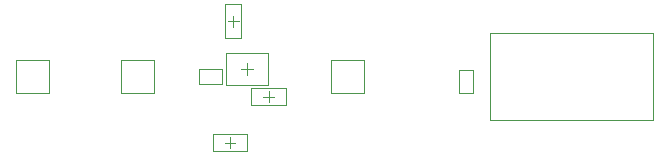
<source format=gbr>
G04*
G04 #@! TF.GenerationSoftware,Altium Limited,Altium Designer,24.9.1 (31)*
G04*
G04 Layer_Color=32768*
%FSLAX25Y25*%
%MOIN*%
G70*
G04*
G04 #@! TF.SameCoordinates,BE83DA22-E0C5-4DDF-BF2C-7847B46FCBB1*
G04*
G04*
G04 #@! TF.FilePolarity,Positive*
G04*
G01*
G75*
%ADD14C,0.00394*%
%ADD61C,0.00197*%
D14*
X252756Y50591D02*
Y54134D01*
X250984Y52362D02*
X254528D01*
X243515Y61614D02*
X247452D01*
X245484Y59646D02*
Y63583D01*
X240945Y75689D02*
Y79232D01*
X239173Y77461D02*
X242717D01*
X238138Y36957D02*
X241681D01*
X239910Y35185D02*
Y38728D01*
D61*
X246850Y55315D02*
X258661D01*
X246850Y49409D02*
X258661D01*
X246850D02*
Y55315D01*
X258661Y49409D02*
Y55315D01*
X168619Y53543D02*
X179643D01*
Y64567D01*
X168619D02*
X179643D01*
X168619Y53543D02*
Y64567D01*
X316083Y53524D02*
X320925D01*
X316083Y61122D02*
X320925D01*
Y53524D02*
Y61122D01*
X316083Y53524D02*
Y61122D01*
X273622Y53543D02*
Y64567D01*
X284646D01*
Y53543D02*
Y64567D01*
X273622Y53543D02*
X284646D01*
X380984Y44488D02*
Y73622D01*
X326535D02*
X380984D01*
X326535Y44488D02*
Y73622D01*
Y44488D02*
X380984D01*
X229601Y61476D02*
X237199D01*
X229601Y56634D02*
X237199D01*
Y61476D01*
X229601Y56634D02*
Y61476D01*
X238397Y56299D02*
Y66929D01*
X252570Y56299D02*
Y66929D01*
X238397D02*
X252570D01*
X238397Y56299D02*
X252570D01*
X203566Y53543D02*
X214590D01*
Y64567D01*
X203566D02*
X214590D01*
X203566Y53543D02*
Y64567D01*
X238189Y71752D02*
X243701D01*
X238189Y83169D02*
X243701D01*
X238189Y71752D02*
Y83169D01*
X243701Y71752D02*
Y83169D01*
X245618Y34201D02*
Y39713D01*
X234201Y34201D02*
Y39713D01*
Y34201D02*
X245618D01*
X234201Y39713D02*
X245618D01*
M02*

</source>
